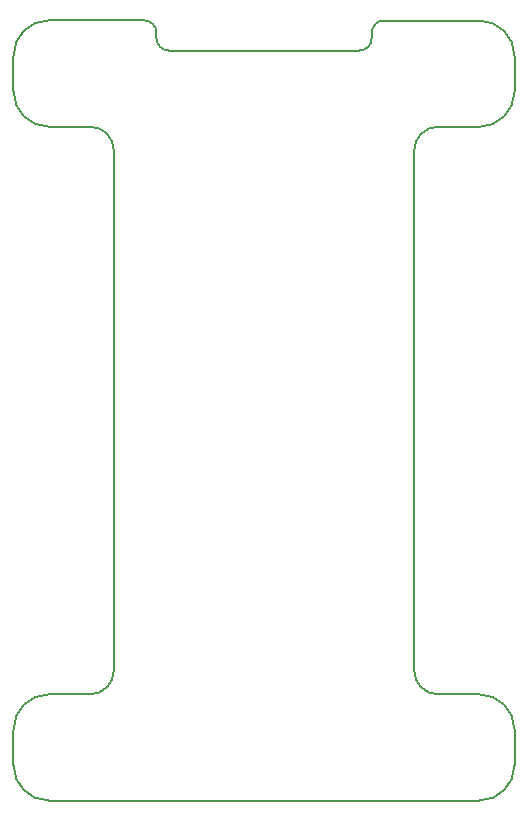
<source format=gm1>
%TF.GenerationSoftware,KiCad,Pcbnew,(6.0.8)*%
%TF.CreationDate,2023-01-13T13:27:25+01:00*%
%TF.ProjectId,NB-IoT_PCB_rev_1_1,4e422d49-6f54-45f5-9043-425f7265765f,rev?*%
%TF.SameCoordinates,Original*%
%TF.FileFunction,Profile,NP*%
%FSLAX46Y46*%
G04 Gerber Fmt 4.6, Leading zero omitted, Abs format (unit mm)*
G04 Created by KiCad (PCBNEW (6.0.8)) date 2023-01-13 13:27:25*
%MOMM*%
%LPD*%
G01*
G04 APERTURE LIST*
%TA.AperFunction,Profile*%
%ADD10C,0.150000*%
%TD*%
G04 APERTURE END LIST*
D10*
X129883800Y-118060000D02*
X126383800Y-118060000D01*
X126383800Y-118060000D02*
G75*
G03*
X124383800Y-120060000I0J-2000000D01*
G01*
X129883800Y-109060000D02*
X124383800Y-109060000D01*
X132883800Y-112060000D02*
G75*
G03*
X129883800Y-109060000I-3000001J-1D01*
G01*
X132883800Y-112060000D02*
X132883800Y-115060000D01*
X129883800Y-118060000D02*
G75*
G03*
X132883800Y-115060000I-1J3000001D01*
G01*
X93458400Y-166104609D02*
G75*
G03*
X90458400Y-169104609I0J-3000000D01*
G01*
X93458400Y-175104609D02*
X98958400Y-175104609D01*
X90458400Y-172104609D02*
X90458400Y-169104609D01*
X93458400Y-166104609D02*
X96958400Y-166104609D01*
X90458400Y-172104609D02*
G75*
G03*
X93458400Y-175104609I3000000J0D01*
G01*
X96958400Y-166104609D02*
G75*
G03*
X98958400Y-164104609I0J2000000D01*
G01*
X90458400Y-115050000D02*
G75*
G03*
X93458400Y-118050000I3000000J0D01*
G01*
X98958400Y-109050000D02*
X93458400Y-109050000D01*
X90458400Y-115050000D02*
X90458400Y-112050000D01*
X96958400Y-118050000D02*
X93458400Y-118050000D01*
X93458400Y-109050000D02*
G75*
G03*
X90458400Y-112050000I0J-3000000D01*
G01*
X98958400Y-120050000D02*
G75*
G03*
X96958400Y-118050000I-2000000J0D01*
G01*
X124383800Y-164104609D02*
G75*
G03*
X126383800Y-166104609I2000000J0D01*
G01*
X132883800Y-169104609D02*
X132883800Y-172104609D01*
X129883800Y-175104609D02*
G75*
G03*
X132883800Y-172104609I0J3000000D01*
G01*
X132883800Y-169104609D02*
G75*
G03*
X129883800Y-166104609I-3000000J0D01*
G01*
X126383800Y-166104609D02*
X129883800Y-166104609D01*
X124383800Y-175104609D02*
X129883800Y-175104609D01*
X98958400Y-120050000D02*
X98958400Y-164104609D01*
X124383800Y-120060000D02*
X124383800Y-164104609D01*
X120790000Y-110560000D02*
X120790000Y-110100000D01*
X102560000Y-110090000D02*
X102560000Y-110560000D01*
X102560000Y-110090000D02*
G75*
G03*
X101510000Y-109050000I-1045000J-5000D01*
G01*
X101510000Y-109050000D02*
X98958400Y-109050000D01*
X124383800Y-175104609D02*
X98958400Y-175104609D01*
X121830000Y-109060000D02*
X124383800Y-109060000D01*
X103595000Y-111600000D02*
X119750000Y-111600000D01*
X119750000Y-111600000D02*
G75*
G03*
X120790000Y-110560000I0J1040000D01*
G01*
X102560000Y-110560000D02*
G75*
G03*
X103595000Y-111600000I1037500J-2500D01*
G01*
X121830000Y-109060000D02*
G75*
G03*
X120790000Y-110100000I0J-1040000D01*
G01*
M02*

</source>
